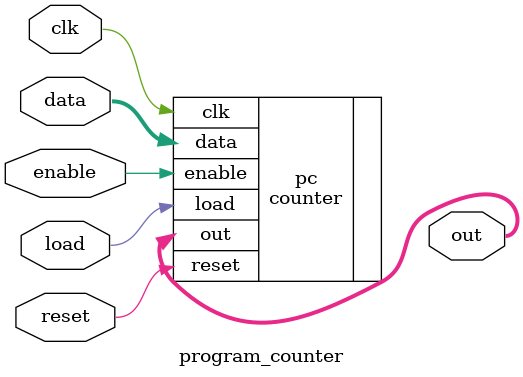
<source format=v>
`define W 4
module program_counter(
	out,
	data,
	load,
	enable,
	clk,
	reset
);


output[`W-1:0] out;

input[`W-1:0] data;

input load, enable, clk, reset;


counter pc(	.out(out), 
			.data(data), 
			.load(load), 
			.enable(enable),
			.clk(clk),
			.reset(reset)
		);
defparam pc.WIDTH = `W;

endmodule

</source>
